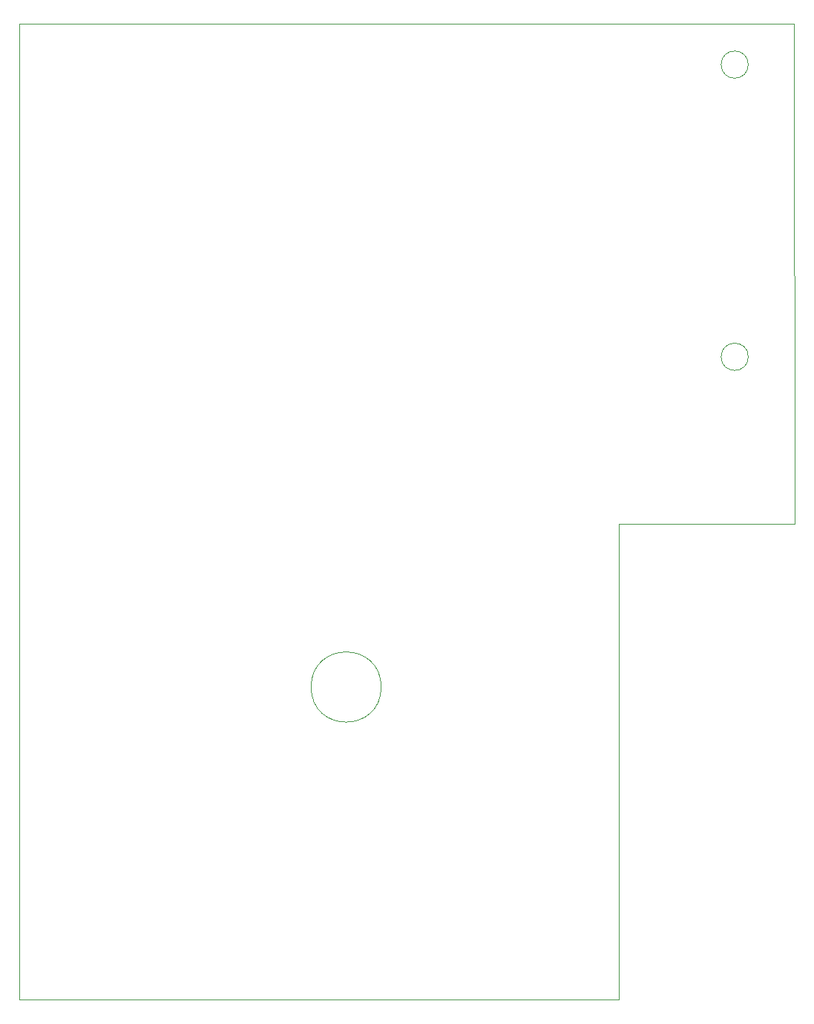
<source format=gbr>
%TF.GenerationSoftware,KiCad,Pcbnew,(5.1.8-0-10_14)*%
%TF.CreationDate,2021-04-23T13:19:29-04:00*%
%TF.ProjectId,Data Collection Shield for Chest Strap Assembly,44617461-2043-46f6-9c6c-656374696f6e,rev?*%
%TF.SameCoordinates,Original*%
%TF.FileFunction,Profile,NP*%
%FSLAX46Y46*%
G04 Gerber Fmt 4.6, Leading zero omitted, Abs format (unit mm)*
G04 Created by KiCad (PCBNEW (5.1.8-0-10_14)) date 2021-04-23 13:19:29*
%MOMM*%
%LPD*%
G01*
G04 APERTURE LIST*
%TA.AperFunction,Profile*%
%ADD10C,0.050000*%
%TD*%
G04 APERTURE END LIST*
D10*
X183515000Y-93755000D02*
X163434000Y-93755000D01*
X183434000Y-36755000D02*
X183515000Y-93755000D01*
X95076000Y-148035000D02*
X95076000Y-36755000D01*
X178220000Y-74713000D02*
G75*
G03*
X178220000Y-74713000I-1550000J0D01*
G01*
X178220000Y-41373000D02*
G75*
G03*
X178220000Y-41373000I-1550000J0D01*
G01*
X163434000Y-148035000D02*
X163434000Y-93755000D01*
X136334000Y-112395000D02*
G75*
G03*
X136334000Y-112395000I-4000000J0D01*
G01*
X95076000Y-36755000D02*
X183434000Y-36755000D01*
X95076000Y-148035000D02*
X163434000Y-148035000D01*
M02*

</source>
